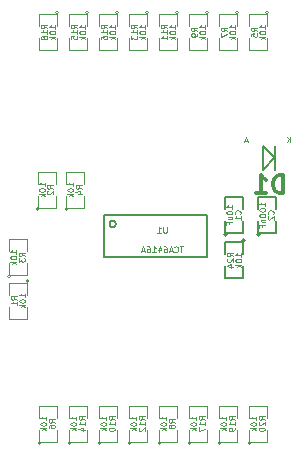
<source format=gbr>
G04 #@! TF.FileFunction,Legend,Bot*
%FSLAX46Y46*%
G04 Gerber Fmt 4.6, Leading zero omitted, Abs format (unit mm)*
G04 Created by KiCad (PCBNEW 0.201503110816+5502~22~ubuntu14.04.1-product) date St 11. březen 2015, 23:46:55 CET*
%MOMM*%
G01*
G04 APERTURE LIST*
%ADD10C,0.100000*%
%ADD11C,0.099060*%
%ADD12C,0.150000*%
%ADD13C,0.127000*%
%ADD14C,0.109220*%
%ADD15C,0.304800*%
G04 APERTURE END LIST*
D10*
D11*
X9779000Y5588000D02*
G75*
G03X9779000Y5588000I-127000J0D01*
G01*
X9652000Y4445000D02*
X9652000Y5461000D01*
X9652000Y5461000D02*
X8128000Y5461000D01*
X8128000Y5461000D02*
X8128000Y4445000D01*
X8128000Y3429000D02*
X8128000Y2413000D01*
X8128000Y2413000D02*
X9652000Y2413000D01*
X9652000Y2413000D02*
X9652000Y3429000D01*
X10668000Y11684000D02*
G75*
G03X10668000Y11684000I-127000J0D01*
G01*
X10541000Y12827000D02*
X10541000Y11811000D01*
X10541000Y11811000D02*
X12065000Y11811000D01*
X12065000Y11811000D02*
X12065000Y12827000D01*
X12065000Y13843000D02*
X12065000Y14859000D01*
X12065000Y14859000D02*
X10541000Y14859000D01*
X10541000Y14859000D02*
X10541000Y13843000D01*
X8255000Y5969000D02*
G75*
G03X8255000Y5969000I-127000J0D01*
G01*
X8128000Y7112000D02*
X8128000Y6096000D01*
X8128000Y6096000D02*
X9652000Y6096000D01*
X9652000Y6096000D02*
X9652000Y7112000D01*
X9652000Y8128000D02*
X9652000Y9144000D01*
X9652000Y9144000D02*
X8128000Y9144000D01*
X8128000Y9144000D02*
X8128000Y8128000D01*
X13081000Y11684000D02*
G75*
G03X13081000Y11684000I-127000J0D01*
G01*
X12954000Y12827000D02*
X12954000Y11811000D01*
X12954000Y11811000D02*
X14478000Y11811000D01*
X14478000Y11811000D02*
X14478000Y12827000D01*
X14478000Y13843000D02*
X14478000Y14859000D01*
X14478000Y14859000D02*
X12954000Y14859000D01*
X12954000Y14859000D02*
X12954000Y13843000D01*
X30099000Y28321000D02*
G75*
G03X30099000Y28321000I-127000J0D01*
G01*
X29972000Y27178000D02*
X29972000Y28194000D01*
X29972000Y28194000D02*
X28448000Y28194000D01*
X28448000Y28194000D02*
X28448000Y27178000D01*
X28448000Y26162000D02*
X28448000Y25146000D01*
X28448000Y25146000D02*
X29972000Y25146000D01*
X29972000Y25146000D02*
X29972000Y26162000D01*
X10795000Y-8128000D02*
G75*
G03X10795000Y-8128000I-127000J0D01*
G01*
X10668000Y-6985000D02*
X10668000Y-8001000D01*
X10668000Y-8001000D02*
X12192000Y-8001000D01*
X12192000Y-8001000D02*
X12192000Y-6985000D01*
X12192000Y-5969000D02*
X12192000Y-4953000D01*
X12192000Y-4953000D02*
X10668000Y-4953000D01*
X10668000Y-4953000D02*
X10668000Y-5969000D01*
X27559000Y28321000D02*
G75*
G03X27559000Y28321000I-127000J0D01*
G01*
X27432000Y27178000D02*
X27432000Y28194000D01*
X27432000Y28194000D02*
X25908000Y28194000D01*
X25908000Y28194000D02*
X25908000Y27178000D01*
X25908000Y26162000D02*
X25908000Y25146000D01*
X25908000Y25146000D02*
X27432000Y25146000D01*
X27432000Y25146000D02*
X27432000Y26162000D01*
X20955000Y-8128000D02*
G75*
G03X20955000Y-8128000I-127000J0D01*
G01*
X20828000Y-6985000D02*
X20828000Y-8001000D01*
X20828000Y-8001000D02*
X22352000Y-8001000D01*
X22352000Y-8001000D02*
X22352000Y-6985000D01*
X22352000Y-5969000D02*
X22352000Y-4953000D01*
X22352000Y-4953000D02*
X20828000Y-4953000D01*
X20828000Y-4953000D02*
X20828000Y-5969000D01*
X25019000Y28321000D02*
G75*
G03X25019000Y28321000I-127000J0D01*
G01*
X24892000Y27178000D02*
X24892000Y28194000D01*
X24892000Y28194000D02*
X23368000Y28194000D01*
X23368000Y28194000D02*
X23368000Y27178000D01*
X23368000Y26162000D02*
X23368000Y25146000D01*
X23368000Y25146000D02*
X24892000Y25146000D01*
X24892000Y25146000D02*
X24892000Y26162000D01*
X15875000Y-8128000D02*
G75*
G03X15875000Y-8128000I-127000J0D01*
G01*
X15748000Y-6985000D02*
X15748000Y-8001000D01*
X15748000Y-8001000D02*
X17272000Y-8001000D01*
X17272000Y-8001000D02*
X17272000Y-6985000D01*
X17272000Y-5969000D02*
X17272000Y-4953000D01*
X17272000Y-4953000D02*
X15748000Y-4953000D01*
X15748000Y-4953000D02*
X15748000Y-5969000D01*
X22479000Y28321000D02*
G75*
G03X22479000Y28321000I-127000J0D01*
G01*
X22352000Y27178000D02*
X22352000Y28194000D01*
X22352000Y28194000D02*
X20828000Y28194000D01*
X20828000Y28194000D02*
X20828000Y27178000D01*
X20828000Y26162000D02*
X20828000Y25146000D01*
X20828000Y25146000D02*
X22352000Y25146000D01*
X22352000Y25146000D02*
X22352000Y26162000D01*
X18415000Y-8128000D02*
G75*
G03X18415000Y-8128000I-127000J0D01*
G01*
X18288000Y-6985000D02*
X18288000Y-8001000D01*
X18288000Y-8001000D02*
X19812000Y-8001000D01*
X19812000Y-8001000D02*
X19812000Y-6985000D01*
X19812000Y-5969000D02*
X19812000Y-4953000D01*
X19812000Y-4953000D02*
X18288000Y-4953000D01*
X18288000Y-4953000D02*
X18288000Y-5969000D01*
X19939000Y28321000D02*
G75*
G03X19939000Y28321000I-127000J0D01*
G01*
X19812000Y27178000D02*
X19812000Y28194000D01*
X19812000Y28194000D02*
X18288000Y28194000D01*
X18288000Y28194000D02*
X18288000Y27178000D01*
X18288000Y26162000D02*
X18288000Y25146000D01*
X18288000Y25146000D02*
X19812000Y25146000D01*
X19812000Y25146000D02*
X19812000Y26162000D01*
X13335000Y-8128000D02*
G75*
G03X13335000Y-8128000I-127000J0D01*
G01*
X13208000Y-6985000D02*
X13208000Y-8001000D01*
X13208000Y-8001000D02*
X14732000Y-8001000D01*
X14732000Y-8001000D02*
X14732000Y-6985000D01*
X14732000Y-5969000D02*
X14732000Y-4953000D01*
X14732000Y-4953000D02*
X13208000Y-4953000D01*
X13208000Y-4953000D02*
X13208000Y-5969000D01*
X14859000Y28321000D02*
G75*
G03X14859000Y28321000I-127000J0D01*
G01*
X14732000Y27178000D02*
X14732000Y28194000D01*
X14732000Y28194000D02*
X13208000Y28194000D01*
X13208000Y28194000D02*
X13208000Y27178000D01*
X13208000Y26162000D02*
X13208000Y25146000D01*
X13208000Y25146000D02*
X14732000Y25146000D01*
X14732000Y25146000D02*
X14732000Y26162000D01*
X17399000Y28321000D02*
G75*
G03X17399000Y28321000I-127000J0D01*
G01*
X17272000Y27178000D02*
X17272000Y28194000D01*
X17272000Y28194000D02*
X15748000Y28194000D01*
X15748000Y28194000D02*
X15748000Y27178000D01*
X15748000Y26162000D02*
X15748000Y25146000D01*
X15748000Y25146000D02*
X17272000Y25146000D01*
X17272000Y25146000D02*
X17272000Y26162000D01*
X23495000Y-8128000D02*
G75*
G03X23495000Y-8128000I-127000J0D01*
G01*
X23368000Y-6985000D02*
X23368000Y-8001000D01*
X23368000Y-8001000D02*
X24892000Y-8001000D01*
X24892000Y-8001000D02*
X24892000Y-6985000D01*
X24892000Y-5969000D02*
X24892000Y-4953000D01*
X24892000Y-4953000D02*
X23368000Y-4953000D01*
X23368000Y-4953000D02*
X23368000Y-5969000D01*
X12319000Y28321000D02*
G75*
G03X12319000Y28321000I-127000J0D01*
G01*
X12192000Y27178000D02*
X12192000Y28194000D01*
X12192000Y28194000D02*
X10668000Y28194000D01*
X10668000Y28194000D02*
X10668000Y27178000D01*
X10668000Y26162000D02*
X10668000Y25146000D01*
X10668000Y25146000D02*
X12192000Y25146000D01*
X12192000Y25146000D02*
X12192000Y26162000D01*
X26035000Y-8128000D02*
G75*
G03X26035000Y-8128000I-127000J0D01*
G01*
X25908000Y-6985000D02*
X25908000Y-8001000D01*
X25908000Y-8001000D02*
X27432000Y-8001000D01*
X27432000Y-8001000D02*
X27432000Y-6985000D01*
X27432000Y-5969000D02*
X27432000Y-4953000D01*
X27432000Y-4953000D02*
X25908000Y-4953000D01*
X25908000Y-4953000D02*
X25908000Y-5969000D01*
X28575000Y-8128000D02*
G75*
G03X28575000Y-8128000I-127000J0D01*
G01*
X28448000Y-6985000D02*
X28448000Y-8001000D01*
X28448000Y-8001000D02*
X29972000Y-8001000D01*
X29972000Y-8001000D02*
X29972000Y-6985000D01*
X29972000Y-5969000D02*
X29972000Y-4953000D01*
X29972000Y-4953000D02*
X28448000Y-4953000D01*
X28448000Y-4953000D02*
X28448000Y-5969000D01*
D12*
X16129000Y7620000D02*
X24892000Y7620000D01*
X16129000Y11176000D02*
X24892000Y11176000D01*
D13*
X16129000Y7620000D02*
X16129000Y11176000D01*
X24892000Y7620000D02*
X24892000Y11176000D01*
X17174981Y10414000D02*
G75*
G03X17174981Y10414000I-283981J0D01*
G01*
D12*
X28067000Y9017000D02*
G75*
G03X28067000Y9017000I-127000J0D01*
G01*
X27940000Y7874000D02*
X27940000Y8890000D01*
X27940000Y8890000D02*
X26416000Y8890000D01*
X26416000Y8890000D02*
X26416000Y7874000D01*
X26416000Y6858000D02*
X26416000Y5842000D01*
X26416000Y5842000D02*
X27940000Y5842000D01*
X27940000Y5842000D02*
X27940000Y6858000D01*
X26543000Y9525000D02*
G75*
G03X26543000Y9525000I-127000J0D01*
G01*
X26416000Y10668000D02*
X26416000Y9652000D01*
X26416000Y9652000D02*
X27940000Y9652000D01*
X27940000Y9652000D02*
X27940000Y10668000D01*
X27940000Y11684000D02*
X27940000Y12700000D01*
X27940000Y12700000D02*
X26416000Y12700000D01*
X26416000Y12700000D02*
X26416000Y11684000D01*
X29337000Y9525000D02*
G75*
G03X29337000Y9525000I-127000J0D01*
G01*
X29210000Y10668000D02*
X29210000Y9652000D01*
X29210000Y9652000D02*
X30734000Y9652000D01*
X30734000Y9652000D02*
X30734000Y10668000D01*
X30734000Y11684000D02*
X30734000Y12700000D01*
X30734000Y12700000D02*
X29210000Y12700000D01*
X29210000Y12700000D02*
X29210000Y11684000D01*
X30622240Y16052800D02*
X29621480Y15001240D01*
X29621480Y15001240D02*
X29621480Y17002760D01*
X29621480Y17002760D02*
X30622240Y16002000D01*
X30622240Y14952980D02*
X30622240Y17051020D01*
D14*
X8798862Y4020396D02*
X8560586Y4187190D01*
X8798862Y4306328D02*
X8298482Y4306328D01*
X8298482Y4115707D01*
X8322310Y4068052D01*
X8346138Y4044224D01*
X8393793Y4020396D01*
X8465276Y4020396D01*
X8512931Y4044224D01*
X8536759Y4068052D01*
X8560586Y4115707D01*
X8560586Y4306328D01*
X8798862Y3543844D02*
X8798862Y3829776D01*
X8798862Y3686810D02*
X8298482Y3686810D01*
X8369965Y3734465D01*
X8417620Y3782120D01*
X8441448Y3829776D01*
X9497362Y4234845D02*
X9497362Y4520777D01*
X9497362Y4377811D02*
X8996982Y4377811D01*
X9068465Y4425466D01*
X9116120Y4473121D01*
X9139948Y4520777D01*
X8996982Y3925086D02*
X8996982Y3877431D01*
X9020810Y3829776D01*
X9044638Y3805948D01*
X9092293Y3782121D01*
X9187603Y3758293D01*
X9306741Y3758293D01*
X9402052Y3782121D01*
X9449707Y3805948D01*
X9473535Y3829776D01*
X9497362Y3877431D01*
X9497362Y3925086D01*
X9473535Y3972742D01*
X9449707Y3996569D01*
X9402052Y4020397D01*
X9306741Y4044225D01*
X9187603Y4044225D01*
X9092293Y4020397D01*
X9044638Y3996569D01*
X9020810Y3972742D01*
X8996982Y3925086D01*
X9497362Y3543845D02*
X8996982Y3543845D01*
X9306741Y3496190D02*
X9497362Y3353224D01*
X9163776Y3353224D02*
X9354397Y3543845D01*
X11846862Y13418396D02*
X11608586Y13585190D01*
X11846862Y13704328D02*
X11346482Y13704328D01*
X11346482Y13513707D01*
X11370310Y13466052D01*
X11394138Y13442224D01*
X11441793Y13418396D01*
X11513276Y13418396D01*
X11560931Y13442224D01*
X11584759Y13466052D01*
X11608586Y13513707D01*
X11608586Y13704328D01*
X11394138Y13227776D02*
X11370310Y13203948D01*
X11346482Y13156293D01*
X11346482Y13037155D01*
X11370310Y12989499D01*
X11394138Y12965672D01*
X11441793Y12941844D01*
X11489448Y12941844D01*
X11560931Y12965672D01*
X11846862Y13251603D01*
X11846862Y12941844D01*
X11148362Y13632845D02*
X11148362Y13918777D01*
X11148362Y13775811D02*
X10647982Y13775811D01*
X10719465Y13823466D01*
X10767120Y13871121D01*
X10790948Y13918777D01*
X10647982Y13323086D02*
X10647982Y13275431D01*
X10671810Y13227776D01*
X10695638Y13203948D01*
X10743293Y13180121D01*
X10838603Y13156293D01*
X10957741Y13156293D01*
X11053052Y13180121D01*
X11100707Y13203948D01*
X11124535Y13227776D01*
X11148362Y13275431D01*
X11148362Y13323086D01*
X11124535Y13370742D01*
X11100707Y13394569D01*
X11053052Y13418397D01*
X10957741Y13442225D01*
X10838603Y13442225D01*
X10743293Y13418397D01*
X10695638Y13394569D01*
X10671810Y13370742D01*
X10647982Y13323086D01*
X11148362Y12941845D02*
X10647982Y12941845D01*
X10957741Y12894190D02*
X11148362Y12751224D01*
X10814776Y12751224D02*
X11005397Y12941845D01*
X9433862Y7703396D02*
X9195586Y7870190D01*
X9433862Y7989328D02*
X8933482Y7989328D01*
X8933482Y7798707D01*
X8957310Y7751052D01*
X8981138Y7727224D01*
X9028793Y7703396D01*
X9100276Y7703396D01*
X9147931Y7727224D01*
X9171759Y7751052D01*
X9195586Y7798707D01*
X9195586Y7989328D01*
X8933482Y7536603D02*
X8933482Y7226844D01*
X9124103Y7393637D01*
X9124103Y7322155D01*
X9147931Y7274499D01*
X9171759Y7250672D01*
X9219414Y7226844D01*
X9338552Y7226844D01*
X9386207Y7250672D01*
X9410035Y7274499D01*
X9433862Y7322155D01*
X9433862Y7465120D01*
X9410035Y7512776D01*
X9386207Y7536603D01*
X8735362Y7917845D02*
X8735362Y8203777D01*
X8735362Y8060811D02*
X8234982Y8060811D01*
X8306465Y8108466D01*
X8354120Y8156121D01*
X8377948Y8203777D01*
X8234982Y7608086D02*
X8234982Y7560431D01*
X8258810Y7512776D01*
X8282638Y7488948D01*
X8330293Y7465121D01*
X8425603Y7441293D01*
X8544741Y7441293D01*
X8640052Y7465121D01*
X8687707Y7488948D01*
X8711535Y7512776D01*
X8735362Y7560431D01*
X8735362Y7608086D01*
X8711535Y7655742D01*
X8687707Y7679569D01*
X8640052Y7703397D01*
X8544741Y7727225D01*
X8425603Y7727225D01*
X8330293Y7703397D01*
X8282638Y7679569D01*
X8258810Y7655742D01*
X8234982Y7608086D01*
X8735362Y7226845D02*
X8234982Y7226845D01*
X8544741Y7179190D02*
X8735362Y7036224D01*
X8401776Y7036224D02*
X8592397Y7226845D01*
X14259862Y13418396D02*
X14021586Y13585190D01*
X14259862Y13704328D02*
X13759482Y13704328D01*
X13759482Y13513707D01*
X13783310Y13466052D01*
X13807138Y13442224D01*
X13854793Y13418396D01*
X13926276Y13418396D01*
X13973931Y13442224D01*
X13997759Y13466052D01*
X14021586Y13513707D01*
X14021586Y13704328D01*
X13926276Y12989499D02*
X14259862Y12989499D01*
X13735655Y13108637D02*
X14093069Y13227776D01*
X14093069Y12918016D01*
X13561362Y13632845D02*
X13561362Y13918777D01*
X13561362Y13775811D02*
X13060982Y13775811D01*
X13132465Y13823466D01*
X13180120Y13871121D01*
X13203948Y13918777D01*
X13060982Y13323086D02*
X13060982Y13275431D01*
X13084810Y13227776D01*
X13108638Y13203948D01*
X13156293Y13180121D01*
X13251603Y13156293D01*
X13370741Y13156293D01*
X13466052Y13180121D01*
X13513707Y13203948D01*
X13537535Y13227776D01*
X13561362Y13275431D01*
X13561362Y13323086D01*
X13537535Y13370742D01*
X13513707Y13394569D01*
X13466052Y13418397D01*
X13370741Y13442225D01*
X13251603Y13442225D01*
X13156293Y13418397D01*
X13108638Y13394569D01*
X13084810Y13370742D01*
X13060982Y13323086D01*
X13561362Y12941845D02*
X13060982Y12941845D01*
X13370741Y12894190D02*
X13561362Y12751224D01*
X13227776Y12751224D02*
X13418397Y12941845D01*
X29118862Y26753396D02*
X28880586Y26920190D01*
X29118862Y27039328D02*
X28618482Y27039328D01*
X28618482Y26848707D01*
X28642310Y26801052D01*
X28666138Y26777224D01*
X28713793Y26753396D01*
X28785276Y26753396D01*
X28832931Y26777224D01*
X28856759Y26801052D01*
X28880586Y26848707D01*
X28880586Y27039328D01*
X28618482Y26300672D02*
X28618482Y26538948D01*
X28856759Y26562776D01*
X28832931Y26538948D01*
X28809103Y26491293D01*
X28809103Y26372155D01*
X28832931Y26324499D01*
X28856759Y26300672D01*
X28904414Y26276844D01*
X29023552Y26276844D01*
X29071207Y26300672D01*
X29095035Y26324499D01*
X29118862Y26372155D01*
X29118862Y26491293D01*
X29095035Y26538948D01*
X29071207Y26562776D01*
X29817362Y26967845D02*
X29817362Y27253777D01*
X29817362Y27110811D02*
X29316982Y27110811D01*
X29388465Y27158466D01*
X29436120Y27206121D01*
X29459948Y27253777D01*
X29316982Y26658086D02*
X29316982Y26610431D01*
X29340810Y26562776D01*
X29364638Y26538948D01*
X29412293Y26515121D01*
X29507603Y26491293D01*
X29626741Y26491293D01*
X29722052Y26515121D01*
X29769707Y26538948D01*
X29793535Y26562776D01*
X29817362Y26610431D01*
X29817362Y26658086D01*
X29793535Y26705742D01*
X29769707Y26729569D01*
X29722052Y26753397D01*
X29626741Y26777225D01*
X29507603Y26777225D01*
X29412293Y26753397D01*
X29364638Y26729569D01*
X29340810Y26705742D01*
X29316982Y26658086D01*
X29817362Y26276845D02*
X29316982Y26276845D01*
X29626741Y26229190D02*
X29817362Y26086224D01*
X29483776Y26086224D02*
X29674397Y26276845D01*
X11973862Y-6393604D02*
X11735586Y-6226810D01*
X11973862Y-6107672D02*
X11473482Y-6107672D01*
X11473482Y-6298293D01*
X11497310Y-6345948D01*
X11521138Y-6369776D01*
X11568793Y-6393604D01*
X11640276Y-6393604D01*
X11687931Y-6369776D01*
X11711759Y-6345948D01*
X11735586Y-6298293D01*
X11735586Y-6107672D01*
X11473482Y-6822501D02*
X11473482Y-6727190D01*
X11497310Y-6679535D01*
X11521138Y-6655707D01*
X11592620Y-6608052D01*
X11687931Y-6584224D01*
X11878552Y-6584224D01*
X11926207Y-6608052D01*
X11950035Y-6631880D01*
X11973862Y-6679535D01*
X11973862Y-6774845D01*
X11950035Y-6822501D01*
X11926207Y-6846328D01*
X11878552Y-6870156D01*
X11759414Y-6870156D01*
X11711759Y-6846328D01*
X11687931Y-6822501D01*
X11664103Y-6774845D01*
X11664103Y-6679535D01*
X11687931Y-6631880D01*
X11711759Y-6608052D01*
X11759414Y-6584224D01*
X11275362Y-6179155D02*
X11275362Y-5893223D01*
X11275362Y-6036189D02*
X10774982Y-6036189D01*
X10846465Y-5988534D01*
X10894120Y-5940879D01*
X10917948Y-5893223D01*
X10774982Y-6488914D02*
X10774982Y-6536569D01*
X10798810Y-6584224D01*
X10822638Y-6608052D01*
X10870293Y-6631879D01*
X10965603Y-6655707D01*
X11084741Y-6655707D01*
X11180052Y-6631879D01*
X11227707Y-6608052D01*
X11251535Y-6584224D01*
X11275362Y-6536569D01*
X11275362Y-6488914D01*
X11251535Y-6441258D01*
X11227707Y-6417431D01*
X11180052Y-6393603D01*
X11084741Y-6369775D01*
X10965603Y-6369775D01*
X10870293Y-6393603D01*
X10822638Y-6417431D01*
X10798810Y-6441258D01*
X10774982Y-6488914D01*
X11275362Y-6870155D02*
X10774982Y-6870155D01*
X11084741Y-6917810D02*
X11275362Y-7060776D01*
X10941776Y-7060776D02*
X11132397Y-6870155D01*
X26578862Y26753396D02*
X26340586Y26920190D01*
X26578862Y27039328D02*
X26078482Y27039328D01*
X26078482Y26848707D01*
X26102310Y26801052D01*
X26126138Y26777224D01*
X26173793Y26753396D01*
X26245276Y26753396D01*
X26292931Y26777224D01*
X26316759Y26801052D01*
X26340586Y26848707D01*
X26340586Y27039328D01*
X26078482Y26586603D02*
X26078482Y26253016D01*
X26578862Y26467465D01*
X27277362Y26967845D02*
X27277362Y27253777D01*
X27277362Y27110811D02*
X26776982Y27110811D01*
X26848465Y27158466D01*
X26896120Y27206121D01*
X26919948Y27253777D01*
X26776982Y26658086D02*
X26776982Y26610431D01*
X26800810Y26562776D01*
X26824638Y26538948D01*
X26872293Y26515121D01*
X26967603Y26491293D01*
X27086741Y26491293D01*
X27182052Y26515121D01*
X27229707Y26538948D01*
X27253535Y26562776D01*
X27277362Y26610431D01*
X27277362Y26658086D01*
X27253535Y26705742D01*
X27229707Y26729569D01*
X27182052Y26753397D01*
X27086741Y26777225D01*
X26967603Y26777225D01*
X26872293Y26753397D01*
X26824638Y26729569D01*
X26800810Y26705742D01*
X26776982Y26658086D01*
X27277362Y26276845D02*
X26776982Y26276845D01*
X27086741Y26229190D02*
X27277362Y26086224D01*
X26943776Y26086224D02*
X27134397Y26276845D01*
X22133862Y-6393604D02*
X21895586Y-6226810D01*
X22133862Y-6107672D02*
X21633482Y-6107672D01*
X21633482Y-6298293D01*
X21657310Y-6345948D01*
X21681138Y-6369776D01*
X21728793Y-6393604D01*
X21800276Y-6393604D01*
X21847931Y-6369776D01*
X21871759Y-6345948D01*
X21895586Y-6298293D01*
X21895586Y-6107672D01*
X21847931Y-6679535D02*
X21824103Y-6631880D01*
X21800276Y-6608052D01*
X21752620Y-6584224D01*
X21728793Y-6584224D01*
X21681138Y-6608052D01*
X21657310Y-6631880D01*
X21633482Y-6679535D01*
X21633482Y-6774845D01*
X21657310Y-6822501D01*
X21681138Y-6846328D01*
X21728793Y-6870156D01*
X21752620Y-6870156D01*
X21800276Y-6846328D01*
X21824103Y-6822501D01*
X21847931Y-6774845D01*
X21847931Y-6679535D01*
X21871759Y-6631880D01*
X21895586Y-6608052D01*
X21943241Y-6584224D01*
X22038552Y-6584224D01*
X22086207Y-6608052D01*
X22110035Y-6631880D01*
X22133862Y-6679535D01*
X22133862Y-6774845D01*
X22110035Y-6822501D01*
X22086207Y-6846328D01*
X22038552Y-6870156D01*
X21943241Y-6870156D01*
X21895586Y-6846328D01*
X21871759Y-6822501D01*
X21847931Y-6774845D01*
X21435362Y-6179155D02*
X21435362Y-5893223D01*
X21435362Y-6036189D02*
X20934982Y-6036189D01*
X21006465Y-5988534D01*
X21054120Y-5940879D01*
X21077948Y-5893223D01*
X20934982Y-6488914D02*
X20934982Y-6536569D01*
X20958810Y-6584224D01*
X20982638Y-6608052D01*
X21030293Y-6631879D01*
X21125603Y-6655707D01*
X21244741Y-6655707D01*
X21340052Y-6631879D01*
X21387707Y-6608052D01*
X21411535Y-6584224D01*
X21435362Y-6536569D01*
X21435362Y-6488914D01*
X21411535Y-6441258D01*
X21387707Y-6417431D01*
X21340052Y-6393603D01*
X21244741Y-6369775D01*
X21125603Y-6369775D01*
X21030293Y-6393603D01*
X20982638Y-6417431D01*
X20958810Y-6441258D01*
X20934982Y-6488914D01*
X21435362Y-6870155D02*
X20934982Y-6870155D01*
X21244741Y-6917810D02*
X21435362Y-7060776D01*
X21101776Y-7060776D02*
X21292397Y-6870155D01*
X24038862Y26753396D02*
X23800586Y26920190D01*
X24038862Y27039328D02*
X23538482Y27039328D01*
X23538482Y26848707D01*
X23562310Y26801052D01*
X23586138Y26777224D01*
X23633793Y26753396D01*
X23705276Y26753396D01*
X23752931Y26777224D01*
X23776759Y26801052D01*
X23800586Y26848707D01*
X23800586Y27039328D01*
X24038862Y26515120D02*
X24038862Y26419810D01*
X24015035Y26372155D01*
X23991207Y26348327D01*
X23919724Y26300672D01*
X23824414Y26276844D01*
X23633793Y26276844D01*
X23586138Y26300672D01*
X23562310Y26324499D01*
X23538482Y26372155D01*
X23538482Y26467465D01*
X23562310Y26515120D01*
X23586138Y26538948D01*
X23633793Y26562776D01*
X23752931Y26562776D01*
X23800586Y26538948D01*
X23824414Y26515120D01*
X23848241Y26467465D01*
X23848241Y26372155D01*
X23824414Y26324499D01*
X23800586Y26300672D01*
X23752931Y26276844D01*
X24737362Y26967845D02*
X24737362Y27253777D01*
X24737362Y27110811D02*
X24236982Y27110811D01*
X24308465Y27158466D01*
X24356120Y27206121D01*
X24379948Y27253777D01*
X24236982Y26658086D02*
X24236982Y26610431D01*
X24260810Y26562776D01*
X24284638Y26538948D01*
X24332293Y26515121D01*
X24427603Y26491293D01*
X24546741Y26491293D01*
X24642052Y26515121D01*
X24689707Y26538948D01*
X24713535Y26562776D01*
X24737362Y26610431D01*
X24737362Y26658086D01*
X24713535Y26705742D01*
X24689707Y26729569D01*
X24642052Y26753397D01*
X24546741Y26777225D01*
X24427603Y26777225D01*
X24332293Y26753397D01*
X24284638Y26729569D01*
X24260810Y26705742D01*
X24236982Y26658086D01*
X24737362Y26276845D02*
X24236982Y26276845D01*
X24546741Y26229190D02*
X24737362Y26086224D01*
X24403776Y26086224D02*
X24594397Y26276845D01*
X17053862Y-6155328D02*
X16815586Y-5988534D01*
X17053862Y-5869396D02*
X16553482Y-5869396D01*
X16553482Y-6060017D01*
X16577310Y-6107672D01*
X16601138Y-6131500D01*
X16648793Y-6155328D01*
X16720276Y-6155328D01*
X16767931Y-6131500D01*
X16791759Y-6107672D01*
X16815586Y-6060017D01*
X16815586Y-5869396D01*
X17053862Y-6631880D02*
X17053862Y-6345948D01*
X17053862Y-6488914D02*
X16553482Y-6488914D01*
X16624965Y-6441259D01*
X16672620Y-6393604D01*
X16696448Y-6345948D01*
X16553482Y-6941639D02*
X16553482Y-6989294D01*
X16577310Y-7036949D01*
X16601138Y-7060777D01*
X16648793Y-7084604D01*
X16744103Y-7108432D01*
X16863241Y-7108432D01*
X16958552Y-7084604D01*
X17006207Y-7060777D01*
X17030035Y-7036949D01*
X17053862Y-6989294D01*
X17053862Y-6941639D01*
X17030035Y-6893983D01*
X17006207Y-6870156D01*
X16958552Y-6846328D01*
X16863241Y-6822500D01*
X16744103Y-6822500D01*
X16648793Y-6846328D01*
X16601138Y-6870156D01*
X16577310Y-6893983D01*
X16553482Y-6941639D01*
X16355362Y-6179155D02*
X16355362Y-5893223D01*
X16355362Y-6036189D02*
X15854982Y-6036189D01*
X15926465Y-5988534D01*
X15974120Y-5940879D01*
X15997948Y-5893223D01*
X15854982Y-6488914D02*
X15854982Y-6536569D01*
X15878810Y-6584224D01*
X15902638Y-6608052D01*
X15950293Y-6631879D01*
X16045603Y-6655707D01*
X16164741Y-6655707D01*
X16260052Y-6631879D01*
X16307707Y-6608052D01*
X16331535Y-6584224D01*
X16355362Y-6536569D01*
X16355362Y-6488914D01*
X16331535Y-6441258D01*
X16307707Y-6417431D01*
X16260052Y-6393603D01*
X16164741Y-6369775D01*
X16045603Y-6369775D01*
X15950293Y-6393603D01*
X15902638Y-6417431D01*
X15878810Y-6441258D01*
X15854982Y-6488914D01*
X16355362Y-6870155D02*
X15854982Y-6870155D01*
X16164741Y-6917810D02*
X16355362Y-7060776D01*
X16021776Y-7060776D02*
X16212397Y-6870155D01*
X21498862Y26991672D02*
X21260586Y27158466D01*
X21498862Y27277604D02*
X20998482Y27277604D01*
X20998482Y27086983D01*
X21022310Y27039328D01*
X21046138Y27015500D01*
X21093793Y26991672D01*
X21165276Y26991672D01*
X21212931Y27015500D01*
X21236759Y27039328D01*
X21260586Y27086983D01*
X21260586Y27277604D01*
X21498862Y26515120D02*
X21498862Y26801052D01*
X21498862Y26658086D02*
X20998482Y26658086D01*
X21069965Y26705741D01*
X21117620Y26753396D01*
X21141448Y26801052D01*
X21498862Y26038568D02*
X21498862Y26324500D01*
X21498862Y26181534D02*
X20998482Y26181534D01*
X21069965Y26229189D01*
X21117620Y26276844D01*
X21141448Y26324500D01*
X22197362Y26967845D02*
X22197362Y27253777D01*
X22197362Y27110811D02*
X21696982Y27110811D01*
X21768465Y27158466D01*
X21816120Y27206121D01*
X21839948Y27253777D01*
X21696982Y26658086D02*
X21696982Y26610431D01*
X21720810Y26562776D01*
X21744638Y26538948D01*
X21792293Y26515121D01*
X21887603Y26491293D01*
X22006741Y26491293D01*
X22102052Y26515121D01*
X22149707Y26538948D01*
X22173535Y26562776D01*
X22197362Y26610431D01*
X22197362Y26658086D01*
X22173535Y26705742D01*
X22149707Y26729569D01*
X22102052Y26753397D01*
X22006741Y26777225D01*
X21887603Y26777225D01*
X21792293Y26753397D01*
X21744638Y26729569D01*
X21720810Y26705742D01*
X21696982Y26658086D01*
X22197362Y26276845D02*
X21696982Y26276845D01*
X22006741Y26229190D02*
X22197362Y26086224D01*
X21863776Y26086224D02*
X22054397Y26276845D01*
X19593862Y-6155328D02*
X19355586Y-5988534D01*
X19593862Y-5869396D02*
X19093482Y-5869396D01*
X19093482Y-6060017D01*
X19117310Y-6107672D01*
X19141138Y-6131500D01*
X19188793Y-6155328D01*
X19260276Y-6155328D01*
X19307931Y-6131500D01*
X19331759Y-6107672D01*
X19355586Y-6060017D01*
X19355586Y-5869396D01*
X19593862Y-6631880D02*
X19593862Y-6345948D01*
X19593862Y-6488914D02*
X19093482Y-6488914D01*
X19164965Y-6441259D01*
X19212620Y-6393604D01*
X19236448Y-6345948D01*
X19141138Y-6822500D02*
X19117310Y-6846328D01*
X19093482Y-6893983D01*
X19093482Y-7013121D01*
X19117310Y-7060777D01*
X19141138Y-7084604D01*
X19188793Y-7108432D01*
X19236448Y-7108432D01*
X19307931Y-7084604D01*
X19593862Y-6798673D01*
X19593862Y-7108432D01*
X18895362Y-6179155D02*
X18895362Y-5893223D01*
X18895362Y-6036189D02*
X18394982Y-6036189D01*
X18466465Y-5988534D01*
X18514120Y-5940879D01*
X18537948Y-5893223D01*
X18394982Y-6488914D02*
X18394982Y-6536569D01*
X18418810Y-6584224D01*
X18442638Y-6608052D01*
X18490293Y-6631879D01*
X18585603Y-6655707D01*
X18704741Y-6655707D01*
X18800052Y-6631879D01*
X18847707Y-6608052D01*
X18871535Y-6584224D01*
X18895362Y-6536569D01*
X18895362Y-6488914D01*
X18871535Y-6441258D01*
X18847707Y-6417431D01*
X18800052Y-6393603D01*
X18704741Y-6369775D01*
X18585603Y-6369775D01*
X18490293Y-6393603D01*
X18442638Y-6417431D01*
X18418810Y-6441258D01*
X18394982Y-6488914D01*
X18895362Y-6870155D02*
X18394982Y-6870155D01*
X18704741Y-6917810D02*
X18895362Y-7060776D01*
X18561776Y-7060776D02*
X18752397Y-6870155D01*
X18958862Y26991672D02*
X18720586Y27158466D01*
X18958862Y27277604D02*
X18458482Y27277604D01*
X18458482Y27086983D01*
X18482310Y27039328D01*
X18506138Y27015500D01*
X18553793Y26991672D01*
X18625276Y26991672D01*
X18672931Y27015500D01*
X18696759Y27039328D01*
X18720586Y27086983D01*
X18720586Y27277604D01*
X18958862Y26515120D02*
X18958862Y26801052D01*
X18958862Y26658086D02*
X18458482Y26658086D01*
X18529965Y26705741D01*
X18577620Y26753396D01*
X18601448Y26801052D01*
X18458482Y26348327D02*
X18458482Y26038568D01*
X18649103Y26205361D01*
X18649103Y26133879D01*
X18672931Y26086223D01*
X18696759Y26062396D01*
X18744414Y26038568D01*
X18863552Y26038568D01*
X18911207Y26062396D01*
X18935035Y26086223D01*
X18958862Y26133879D01*
X18958862Y26276844D01*
X18935035Y26324500D01*
X18911207Y26348327D01*
X19657362Y26967845D02*
X19657362Y27253777D01*
X19657362Y27110811D02*
X19156982Y27110811D01*
X19228465Y27158466D01*
X19276120Y27206121D01*
X19299948Y27253777D01*
X19156982Y26658086D02*
X19156982Y26610431D01*
X19180810Y26562776D01*
X19204638Y26538948D01*
X19252293Y26515121D01*
X19347603Y26491293D01*
X19466741Y26491293D01*
X19562052Y26515121D01*
X19609707Y26538948D01*
X19633535Y26562776D01*
X19657362Y26610431D01*
X19657362Y26658086D01*
X19633535Y26705742D01*
X19609707Y26729569D01*
X19562052Y26753397D01*
X19466741Y26777225D01*
X19347603Y26777225D01*
X19252293Y26753397D01*
X19204638Y26729569D01*
X19180810Y26705742D01*
X19156982Y26658086D01*
X19657362Y26276845D02*
X19156982Y26276845D01*
X19466741Y26229190D02*
X19657362Y26086224D01*
X19323776Y26086224D02*
X19514397Y26276845D01*
X14513862Y-6155328D02*
X14275586Y-5988534D01*
X14513862Y-5869396D02*
X14013482Y-5869396D01*
X14013482Y-6060017D01*
X14037310Y-6107672D01*
X14061138Y-6131500D01*
X14108793Y-6155328D01*
X14180276Y-6155328D01*
X14227931Y-6131500D01*
X14251759Y-6107672D01*
X14275586Y-6060017D01*
X14275586Y-5869396D01*
X14513862Y-6631880D02*
X14513862Y-6345948D01*
X14513862Y-6488914D02*
X14013482Y-6488914D01*
X14084965Y-6441259D01*
X14132620Y-6393604D01*
X14156448Y-6345948D01*
X14180276Y-7060777D02*
X14513862Y-7060777D01*
X13989655Y-6941639D02*
X14347069Y-6822500D01*
X14347069Y-7132260D01*
X13815362Y-6179155D02*
X13815362Y-5893223D01*
X13815362Y-6036189D02*
X13314982Y-6036189D01*
X13386465Y-5988534D01*
X13434120Y-5940879D01*
X13457948Y-5893223D01*
X13314982Y-6488914D02*
X13314982Y-6536569D01*
X13338810Y-6584224D01*
X13362638Y-6608052D01*
X13410293Y-6631879D01*
X13505603Y-6655707D01*
X13624741Y-6655707D01*
X13720052Y-6631879D01*
X13767707Y-6608052D01*
X13791535Y-6584224D01*
X13815362Y-6536569D01*
X13815362Y-6488914D01*
X13791535Y-6441258D01*
X13767707Y-6417431D01*
X13720052Y-6393603D01*
X13624741Y-6369775D01*
X13505603Y-6369775D01*
X13410293Y-6393603D01*
X13362638Y-6417431D01*
X13338810Y-6441258D01*
X13314982Y-6488914D01*
X13815362Y-6870155D02*
X13314982Y-6870155D01*
X13624741Y-6917810D02*
X13815362Y-7060776D01*
X13481776Y-7060776D02*
X13672397Y-6870155D01*
X13878862Y26991672D02*
X13640586Y27158466D01*
X13878862Y27277604D02*
X13378482Y27277604D01*
X13378482Y27086983D01*
X13402310Y27039328D01*
X13426138Y27015500D01*
X13473793Y26991672D01*
X13545276Y26991672D01*
X13592931Y27015500D01*
X13616759Y27039328D01*
X13640586Y27086983D01*
X13640586Y27277604D01*
X13878862Y26515120D02*
X13878862Y26801052D01*
X13878862Y26658086D02*
X13378482Y26658086D01*
X13449965Y26705741D01*
X13497620Y26753396D01*
X13521448Y26801052D01*
X13378482Y26062396D02*
X13378482Y26300672D01*
X13616759Y26324500D01*
X13592931Y26300672D01*
X13569103Y26253017D01*
X13569103Y26133879D01*
X13592931Y26086223D01*
X13616759Y26062396D01*
X13664414Y26038568D01*
X13783552Y26038568D01*
X13831207Y26062396D01*
X13855035Y26086223D01*
X13878862Y26133879D01*
X13878862Y26253017D01*
X13855035Y26300672D01*
X13831207Y26324500D01*
X14577362Y26967845D02*
X14577362Y27253777D01*
X14577362Y27110811D02*
X14076982Y27110811D01*
X14148465Y27158466D01*
X14196120Y27206121D01*
X14219948Y27253777D01*
X14076982Y26658086D02*
X14076982Y26610431D01*
X14100810Y26562776D01*
X14124638Y26538948D01*
X14172293Y26515121D01*
X14267603Y26491293D01*
X14386741Y26491293D01*
X14482052Y26515121D01*
X14529707Y26538948D01*
X14553535Y26562776D01*
X14577362Y26610431D01*
X14577362Y26658086D01*
X14553535Y26705742D01*
X14529707Y26729569D01*
X14482052Y26753397D01*
X14386741Y26777225D01*
X14267603Y26777225D01*
X14172293Y26753397D01*
X14124638Y26729569D01*
X14100810Y26705742D01*
X14076982Y26658086D01*
X14577362Y26276845D02*
X14076982Y26276845D01*
X14386741Y26229190D02*
X14577362Y26086224D01*
X14243776Y26086224D02*
X14434397Y26276845D01*
X16418862Y26991672D02*
X16180586Y27158466D01*
X16418862Y27277604D02*
X15918482Y27277604D01*
X15918482Y27086983D01*
X15942310Y27039328D01*
X15966138Y27015500D01*
X16013793Y26991672D01*
X16085276Y26991672D01*
X16132931Y27015500D01*
X16156759Y27039328D01*
X16180586Y27086983D01*
X16180586Y27277604D01*
X16418862Y26515120D02*
X16418862Y26801052D01*
X16418862Y26658086D02*
X15918482Y26658086D01*
X15989965Y26705741D01*
X16037620Y26753396D01*
X16061448Y26801052D01*
X15918482Y26086223D02*
X15918482Y26181534D01*
X15942310Y26229189D01*
X15966138Y26253017D01*
X16037620Y26300672D01*
X16132931Y26324500D01*
X16323552Y26324500D01*
X16371207Y26300672D01*
X16395035Y26276844D01*
X16418862Y26229189D01*
X16418862Y26133879D01*
X16395035Y26086223D01*
X16371207Y26062396D01*
X16323552Y26038568D01*
X16204414Y26038568D01*
X16156759Y26062396D01*
X16132931Y26086223D01*
X16109103Y26133879D01*
X16109103Y26229189D01*
X16132931Y26276844D01*
X16156759Y26300672D01*
X16204414Y26324500D01*
X17117362Y26967845D02*
X17117362Y27253777D01*
X17117362Y27110811D02*
X16616982Y27110811D01*
X16688465Y27158466D01*
X16736120Y27206121D01*
X16759948Y27253777D01*
X16616982Y26658086D02*
X16616982Y26610431D01*
X16640810Y26562776D01*
X16664638Y26538948D01*
X16712293Y26515121D01*
X16807603Y26491293D01*
X16926741Y26491293D01*
X17022052Y26515121D01*
X17069707Y26538948D01*
X17093535Y26562776D01*
X17117362Y26610431D01*
X17117362Y26658086D01*
X17093535Y26705742D01*
X17069707Y26729569D01*
X17022052Y26753397D01*
X16926741Y26777225D01*
X16807603Y26777225D01*
X16712293Y26753397D01*
X16664638Y26729569D01*
X16640810Y26705742D01*
X16616982Y26658086D01*
X17117362Y26276845D02*
X16616982Y26276845D01*
X16926741Y26229190D02*
X17117362Y26086224D01*
X16783776Y26086224D02*
X16974397Y26276845D01*
X24673862Y-6155328D02*
X24435586Y-5988534D01*
X24673862Y-5869396D02*
X24173482Y-5869396D01*
X24173482Y-6060017D01*
X24197310Y-6107672D01*
X24221138Y-6131500D01*
X24268793Y-6155328D01*
X24340276Y-6155328D01*
X24387931Y-6131500D01*
X24411759Y-6107672D01*
X24435586Y-6060017D01*
X24435586Y-5869396D01*
X24673862Y-6631880D02*
X24673862Y-6345948D01*
X24673862Y-6488914D02*
X24173482Y-6488914D01*
X24244965Y-6441259D01*
X24292620Y-6393604D01*
X24316448Y-6345948D01*
X24173482Y-6798673D02*
X24173482Y-7132260D01*
X24673862Y-6917811D01*
X23975362Y-6179155D02*
X23975362Y-5893223D01*
X23975362Y-6036189D02*
X23474982Y-6036189D01*
X23546465Y-5988534D01*
X23594120Y-5940879D01*
X23617948Y-5893223D01*
X23474982Y-6488914D02*
X23474982Y-6536569D01*
X23498810Y-6584224D01*
X23522638Y-6608052D01*
X23570293Y-6631879D01*
X23665603Y-6655707D01*
X23784741Y-6655707D01*
X23880052Y-6631879D01*
X23927707Y-6608052D01*
X23951535Y-6584224D01*
X23975362Y-6536569D01*
X23975362Y-6488914D01*
X23951535Y-6441258D01*
X23927707Y-6417431D01*
X23880052Y-6393603D01*
X23784741Y-6369775D01*
X23665603Y-6369775D01*
X23570293Y-6393603D01*
X23522638Y-6417431D01*
X23498810Y-6441258D01*
X23474982Y-6488914D01*
X23975362Y-6870155D02*
X23474982Y-6870155D01*
X23784741Y-6917810D02*
X23975362Y-7060776D01*
X23641776Y-7060776D02*
X23832397Y-6870155D01*
X11338862Y26991672D02*
X11100586Y27158466D01*
X11338862Y27277604D02*
X10838482Y27277604D01*
X10838482Y27086983D01*
X10862310Y27039328D01*
X10886138Y27015500D01*
X10933793Y26991672D01*
X11005276Y26991672D01*
X11052931Y27015500D01*
X11076759Y27039328D01*
X11100586Y27086983D01*
X11100586Y27277604D01*
X11338862Y26515120D02*
X11338862Y26801052D01*
X11338862Y26658086D02*
X10838482Y26658086D01*
X10909965Y26705741D01*
X10957620Y26753396D01*
X10981448Y26801052D01*
X11052931Y26229189D02*
X11029103Y26276844D01*
X11005276Y26300672D01*
X10957620Y26324500D01*
X10933793Y26324500D01*
X10886138Y26300672D01*
X10862310Y26276844D01*
X10838482Y26229189D01*
X10838482Y26133879D01*
X10862310Y26086223D01*
X10886138Y26062396D01*
X10933793Y26038568D01*
X10957620Y26038568D01*
X11005276Y26062396D01*
X11029103Y26086223D01*
X11052931Y26133879D01*
X11052931Y26229189D01*
X11076759Y26276844D01*
X11100586Y26300672D01*
X11148241Y26324500D01*
X11243552Y26324500D01*
X11291207Y26300672D01*
X11315035Y26276844D01*
X11338862Y26229189D01*
X11338862Y26133879D01*
X11315035Y26086223D01*
X11291207Y26062396D01*
X11243552Y26038568D01*
X11148241Y26038568D01*
X11100586Y26062396D01*
X11076759Y26086223D01*
X11052931Y26133879D01*
X12037362Y26967845D02*
X12037362Y27253777D01*
X12037362Y27110811D02*
X11536982Y27110811D01*
X11608465Y27158466D01*
X11656120Y27206121D01*
X11679948Y27253777D01*
X11536982Y26658086D02*
X11536982Y26610431D01*
X11560810Y26562776D01*
X11584638Y26538948D01*
X11632293Y26515121D01*
X11727603Y26491293D01*
X11846741Y26491293D01*
X11942052Y26515121D01*
X11989707Y26538948D01*
X12013535Y26562776D01*
X12037362Y26610431D01*
X12037362Y26658086D01*
X12013535Y26705742D01*
X11989707Y26729569D01*
X11942052Y26753397D01*
X11846741Y26777225D01*
X11727603Y26777225D01*
X11632293Y26753397D01*
X11584638Y26729569D01*
X11560810Y26705742D01*
X11536982Y26658086D01*
X12037362Y26276845D02*
X11536982Y26276845D01*
X11846741Y26229190D02*
X12037362Y26086224D01*
X11703776Y26086224D02*
X11894397Y26276845D01*
X27213862Y-6155328D02*
X26975586Y-5988534D01*
X27213862Y-5869396D02*
X26713482Y-5869396D01*
X26713482Y-6060017D01*
X26737310Y-6107672D01*
X26761138Y-6131500D01*
X26808793Y-6155328D01*
X26880276Y-6155328D01*
X26927931Y-6131500D01*
X26951759Y-6107672D01*
X26975586Y-6060017D01*
X26975586Y-5869396D01*
X27213862Y-6631880D02*
X27213862Y-6345948D01*
X27213862Y-6488914D02*
X26713482Y-6488914D01*
X26784965Y-6441259D01*
X26832620Y-6393604D01*
X26856448Y-6345948D01*
X27213862Y-6870156D02*
X27213862Y-6965466D01*
X27190035Y-7013121D01*
X27166207Y-7036949D01*
X27094724Y-7084604D01*
X26999414Y-7108432D01*
X26808793Y-7108432D01*
X26761138Y-7084604D01*
X26737310Y-7060777D01*
X26713482Y-7013121D01*
X26713482Y-6917811D01*
X26737310Y-6870156D01*
X26761138Y-6846328D01*
X26808793Y-6822500D01*
X26927931Y-6822500D01*
X26975586Y-6846328D01*
X26999414Y-6870156D01*
X27023241Y-6917811D01*
X27023241Y-7013121D01*
X26999414Y-7060777D01*
X26975586Y-7084604D01*
X26927931Y-7108432D01*
X26515362Y-6179155D02*
X26515362Y-5893223D01*
X26515362Y-6036189D02*
X26014982Y-6036189D01*
X26086465Y-5988534D01*
X26134120Y-5940879D01*
X26157948Y-5893223D01*
X26014982Y-6488914D02*
X26014982Y-6536569D01*
X26038810Y-6584224D01*
X26062638Y-6608052D01*
X26110293Y-6631879D01*
X26205603Y-6655707D01*
X26324741Y-6655707D01*
X26420052Y-6631879D01*
X26467707Y-6608052D01*
X26491535Y-6584224D01*
X26515362Y-6536569D01*
X26515362Y-6488914D01*
X26491535Y-6441258D01*
X26467707Y-6417431D01*
X26420052Y-6393603D01*
X26324741Y-6369775D01*
X26205603Y-6369775D01*
X26110293Y-6393603D01*
X26062638Y-6417431D01*
X26038810Y-6441258D01*
X26014982Y-6488914D01*
X26515362Y-6870155D02*
X26014982Y-6870155D01*
X26324741Y-6917810D02*
X26515362Y-7060776D01*
X26181776Y-7060776D02*
X26372397Y-6870155D01*
X29753862Y-6155328D02*
X29515586Y-5988534D01*
X29753862Y-5869396D02*
X29253482Y-5869396D01*
X29253482Y-6060017D01*
X29277310Y-6107672D01*
X29301138Y-6131500D01*
X29348793Y-6155328D01*
X29420276Y-6155328D01*
X29467931Y-6131500D01*
X29491759Y-6107672D01*
X29515586Y-6060017D01*
X29515586Y-5869396D01*
X29301138Y-6345948D02*
X29277310Y-6369776D01*
X29253482Y-6417431D01*
X29253482Y-6536569D01*
X29277310Y-6584225D01*
X29301138Y-6608052D01*
X29348793Y-6631880D01*
X29396448Y-6631880D01*
X29467931Y-6608052D01*
X29753862Y-6322121D01*
X29753862Y-6631880D01*
X29253482Y-6941639D02*
X29253482Y-6989294D01*
X29277310Y-7036949D01*
X29301138Y-7060777D01*
X29348793Y-7084604D01*
X29444103Y-7108432D01*
X29563241Y-7108432D01*
X29658552Y-7084604D01*
X29706207Y-7060777D01*
X29730035Y-7036949D01*
X29753862Y-6989294D01*
X29753862Y-6941639D01*
X29730035Y-6893983D01*
X29706207Y-6870156D01*
X29658552Y-6846328D01*
X29563241Y-6822500D01*
X29444103Y-6822500D01*
X29348793Y-6846328D01*
X29301138Y-6870156D01*
X29277310Y-6893983D01*
X29253482Y-6941639D01*
X29055362Y-6179155D02*
X29055362Y-5893223D01*
X29055362Y-6036189D02*
X28554982Y-6036189D01*
X28626465Y-5988534D01*
X28674120Y-5940879D01*
X28697948Y-5893223D01*
X28554982Y-6488914D02*
X28554982Y-6536569D01*
X28578810Y-6584224D01*
X28602638Y-6608052D01*
X28650293Y-6631879D01*
X28745603Y-6655707D01*
X28864741Y-6655707D01*
X28960052Y-6631879D01*
X29007707Y-6608052D01*
X29031535Y-6584224D01*
X29055362Y-6536569D01*
X29055362Y-6488914D01*
X29031535Y-6441258D01*
X29007707Y-6417431D01*
X28960052Y-6393603D01*
X28864741Y-6369775D01*
X28745603Y-6369775D01*
X28650293Y-6393603D01*
X28602638Y-6417431D01*
X28578810Y-6441258D01*
X28554982Y-6488914D01*
X29055362Y-6870155D02*
X28554982Y-6870155D01*
X28864741Y-6917810D02*
X29055362Y-7060776D01*
X28721776Y-7060776D02*
X28912397Y-6870155D01*
D11*
X21463242Y10180018D02*
X21463242Y9774948D01*
X21439414Y9727293D01*
X21415587Y9703465D01*
X21367931Y9679638D01*
X21272621Y9679638D01*
X21224966Y9703465D01*
X21201138Y9727293D01*
X21177310Y9774948D01*
X21177310Y10180018D01*
X20676930Y9679638D02*
X20962862Y9679638D01*
X20819896Y9679638D02*
X20819896Y10180018D01*
X20867551Y10108535D01*
X20915206Y10060880D01*
X20962862Y10037052D01*
X22857157Y8529018D02*
X22571225Y8529018D01*
X22714191Y8028638D02*
X22714191Y8529018D01*
X22118500Y8076293D02*
X22142328Y8052465D01*
X22213811Y8028638D01*
X22261466Y8028638D01*
X22332949Y8052465D01*
X22380604Y8100120D01*
X22404432Y8147776D01*
X22428260Y8243086D01*
X22428260Y8314569D01*
X22404432Y8409880D01*
X22380604Y8457535D01*
X22332949Y8505190D01*
X22261466Y8529018D01*
X22213811Y8529018D01*
X22142328Y8505190D01*
X22118500Y8481362D01*
X21927880Y8171603D02*
X21689603Y8171603D01*
X21975535Y8028638D02*
X21808741Y8529018D01*
X21641948Y8028638D01*
X21260706Y8529018D02*
X21356017Y8529018D01*
X21403672Y8505190D01*
X21427500Y8481362D01*
X21475155Y8409880D01*
X21498983Y8314569D01*
X21498983Y8123948D01*
X21475155Y8076293D01*
X21451327Y8052465D01*
X21403672Y8028638D01*
X21308362Y8028638D01*
X21260706Y8052465D01*
X21236879Y8076293D01*
X21213051Y8123948D01*
X21213051Y8243086D01*
X21236879Y8290741D01*
X21260706Y8314569D01*
X21308362Y8338397D01*
X21403672Y8338397D01*
X21451327Y8314569D01*
X21475155Y8290741D01*
X21498983Y8243086D01*
X20784154Y8362224D02*
X20784154Y8028638D01*
X20903292Y8552845D02*
X21022431Y8195431D01*
X20712671Y8195431D01*
X20259947Y8028638D02*
X20545879Y8028638D01*
X20402913Y8028638D02*
X20402913Y8529018D01*
X20450568Y8457535D01*
X20498223Y8409880D01*
X20545879Y8386052D01*
X19831050Y8529018D02*
X19926361Y8529018D01*
X19974016Y8505190D01*
X19997844Y8481362D01*
X20045499Y8409880D01*
X20069327Y8314569D01*
X20069327Y8123948D01*
X20045499Y8076293D01*
X20021671Y8052465D01*
X19974016Y8028638D01*
X19878706Y8028638D01*
X19831050Y8052465D01*
X19807223Y8076293D01*
X19783395Y8123948D01*
X19783395Y8243086D01*
X19807223Y8290741D01*
X19831050Y8314569D01*
X19878706Y8338397D01*
X19974016Y8338397D01*
X20021671Y8314569D01*
X20045499Y8290741D01*
X20069327Y8243086D01*
X19592775Y8171603D02*
X19354498Y8171603D01*
X19640430Y8028638D02*
X19473636Y8529018D01*
X19306843Y8028638D01*
D14*
X27086862Y7687672D02*
X26848586Y7854466D01*
X27086862Y7973604D02*
X26586482Y7973604D01*
X26586482Y7782983D01*
X26610310Y7735328D01*
X26634138Y7711500D01*
X26681793Y7687672D01*
X26753276Y7687672D01*
X26800931Y7711500D01*
X26824759Y7735328D01*
X26848586Y7782983D01*
X26848586Y7973604D01*
X26634138Y7497052D02*
X26610310Y7473224D01*
X26586482Y7425569D01*
X26586482Y7306431D01*
X26610310Y7258775D01*
X26634138Y7234948D01*
X26681793Y7211120D01*
X26729448Y7211120D01*
X26800931Y7234948D01*
X27086862Y7520879D01*
X27086862Y7211120D01*
X26753276Y6782223D02*
X27086862Y6782223D01*
X26562655Y6901361D02*
X26920069Y7020500D01*
X26920069Y6710740D01*
X27785362Y7663845D02*
X27785362Y7949777D01*
X27785362Y7806811D02*
X27284982Y7806811D01*
X27356465Y7854466D01*
X27404120Y7902121D01*
X27427948Y7949777D01*
X27284982Y7354086D02*
X27284982Y7306431D01*
X27308810Y7258776D01*
X27332638Y7234948D01*
X27380293Y7211121D01*
X27475603Y7187293D01*
X27594741Y7187293D01*
X27690052Y7211121D01*
X27737707Y7234948D01*
X27761535Y7258776D01*
X27785362Y7306431D01*
X27785362Y7354086D01*
X27761535Y7401742D01*
X27737707Y7425569D01*
X27690052Y7449397D01*
X27594741Y7473225D01*
X27475603Y7473225D01*
X27380293Y7449397D01*
X27332638Y7425569D01*
X27308810Y7401742D01*
X27284982Y7354086D01*
X27785362Y6972845D02*
X27284982Y6972845D01*
X27594741Y6925190D02*
X27785362Y6782224D01*
X27451776Y6782224D02*
X27642397Y6972845D01*
X27674207Y11259396D02*
X27698035Y11283224D01*
X27721862Y11354707D01*
X27721862Y11402362D01*
X27698035Y11473845D01*
X27650380Y11521500D01*
X27602724Y11545328D01*
X27507414Y11569156D01*
X27435931Y11569156D01*
X27340620Y11545328D01*
X27292965Y11521500D01*
X27245310Y11473845D01*
X27221482Y11402362D01*
X27221482Y11354707D01*
X27245310Y11283224D01*
X27269138Y11259396D01*
X27721862Y10782844D02*
X27721862Y11068776D01*
X27721862Y10925810D02*
X27221482Y10925810D01*
X27292965Y10973465D01*
X27340620Y11021120D01*
X27364448Y11068776D01*
X27023362Y11712121D02*
X27023362Y11998053D01*
X27023362Y11855087D02*
X26522982Y11855087D01*
X26594465Y11902742D01*
X26642120Y11950397D01*
X26665948Y11998053D01*
X26522982Y11402362D02*
X26522982Y11354707D01*
X26546810Y11307052D01*
X26570638Y11283224D01*
X26618293Y11259397D01*
X26713603Y11235569D01*
X26832741Y11235569D01*
X26928052Y11259397D01*
X26975707Y11283224D01*
X26999535Y11307052D01*
X27023362Y11354707D01*
X27023362Y11402362D01*
X26999535Y11450018D01*
X26975707Y11473845D01*
X26928052Y11497673D01*
X26832741Y11521501D01*
X26713603Y11521501D01*
X26618293Y11497673D01*
X26570638Y11473845D01*
X26546810Y11450018D01*
X26522982Y11402362D01*
X26689776Y10806672D02*
X27023362Y10806672D01*
X26689776Y11021121D02*
X26951880Y11021121D01*
X26999535Y10997293D01*
X27023362Y10949638D01*
X27023362Y10878155D01*
X26999535Y10830500D01*
X26975707Y10806672D01*
X26761259Y10401603D02*
X26761259Y10568396D01*
X27023362Y10568396D02*
X26522982Y10568396D01*
X26522982Y10330120D01*
X30468207Y11259396D02*
X30492035Y11283224D01*
X30515862Y11354707D01*
X30515862Y11402362D01*
X30492035Y11473845D01*
X30444380Y11521500D01*
X30396724Y11545328D01*
X30301414Y11569156D01*
X30229931Y11569156D01*
X30134620Y11545328D01*
X30086965Y11521500D01*
X30039310Y11473845D01*
X30015482Y11402362D01*
X30015482Y11354707D01*
X30039310Y11283224D01*
X30063138Y11259396D01*
X30063138Y11068776D02*
X30039310Y11044948D01*
X30015482Y10997293D01*
X30015482Y10878155D01*
X30039310Y10830499D01*
X30063138Y10806672D01*
X30110793Y10782844D01*
X30158448Y10782844D01*
X30229931Y10806672D01*
X30515862Y11092603D01*
X30515862Y10782844D01*
X29817362Y11950397D02*
X29817362Y12236329D01*
X29817362Y12093363D02*
X29316982Y12093363D01*
X29388465Y12141018D01*
X29436120Y12188673D01*
X29459948Y12236329D01*
X29316982Y11640638D02*
X29316982Y11592983D01*
X29340810Y11545328D01*
X29364638Y11521500D01*
X29412293Y11497673D01*
X29507603Y11473845D01*
X29626741Y11473845D01*
X29722052Y11497673D01*
X29769707Y11521500D01*
X29793535Y11545328D01*
X29817362Y11592983D01*
X29817362Y11640638D01*
X29793535Y11688294D01*
X29769707Y11712121D01*
X29722052Y11735949D01*
X29626741Y11759777D01*
X29507603Y11759777D01*
X29412293Y11735949D01*
X29364638Y11712121D01*
X29340810Y11688294D01*
X29316982Y11640638D01*
X29316982Y11164086D02*
X29316982Y11116431D01*
X29340810Y11068776D01*
X29364638Y11044948D01*
X29412293Y11021121D01*
X29507603Y10997293D01*
X29626741Y10997293D01*
X29722052Y11021121D01*
X29769707Y11044948D01*
X29793535Y11068776D01*
X29817362Y11116431D01*
X29817362Y11164086D01*
X29793535Y11211742D01*
X29769707Y11235569D01*
X29722052Y11259397D01*
X29626741Y11283225D01*
X29507603Y11283225D01*
X29412293Y11259397D01*
X29364638Y11235569D01*
X29340810Y11211742D01*
X29316982Y11164086D01*
X29483776Y10782845D02*
X29817362Y10782845D01*
X29531431Y10782845D02*
X29507603Y10759017D01*
X29483776Y10711362D01*
X29483776Y10639879D01*
X29507603Y10592224D01*
X29555259Y10568396D01*
X29817362Y10568396D01*
X29555259Y10163327D02*
X29555259Y10330120D01*
X29817362Y10330120D02*
X29316982Y10330120D01*
X29316982Y10091844D01*
D15*
X31350857Y13026571D02*
X31350857Y14550571D01*
X30988000Y14550571D01*
X30770285Y14478000D01*
X30625143Y14332857D01*
X30552571Y14187714D01*
X30480000Y13897429D01*
X30480000Y13679714D01*
X30552571Y13389429D01*
X30625143Y13244286D01*
X30770285Y13099143D01*
X30988000Y13026571D01*
X31350857Y13026571D01*
X29028571Y13026571D02*
X29899428Y13026571D01*
X29464000Y13026571D02*
X29464000Y14550571D01*
X29609143Y14332857D01*
X29754285Y14187714D01*
X29899428Y14115143D01*
D11*
X28290278Y17468003D02*
X28052001Y17468003D01*
X28337933Y17325038D02*
X28171139Y17825418D01*
X28004346Y17325038D01*
X31903912Y17325038D02*
X31903912Y17825418D01*
X31617980Y17325038D02*
X31832429Y17610969D01*
X31617980Y17825418D02*
X31903912Y17539486D01*
M02*

</source>
